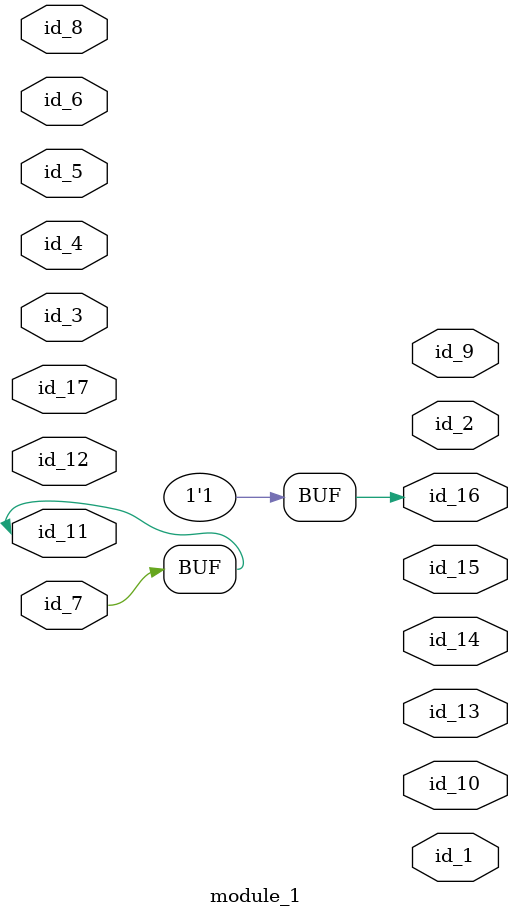
<source format=v>
module module_0;
  wire id_1;
endmodule
module module_1 (
    id_1,
    id_2,
    id_3,
    id_4,
    id_5,
    id_6,
    id_7,
    id_8,
    id_9,
    id_10,
    id_11,
    id_12,
    id_13,
    id_14,
    id_15,
    id_16,
    id_17
);
  inout wire id_17;
  output wire id_16;
  output wire id_15;
  output wire id_14;
  output wire id_13;
  inout wire id_12;
  inout wire id_11;
  output wire id_10;
  output wire id_9;
  inout wire id_8;
  input wire id_7;
  input wire id_6;
  input wire id_5;
  input wire id_4;
  inout wire id_3;
  output wire id_2;
  output wire id_1;
  initial id_16 <= -1;
  assign id_11 = id_7;
  wire id_18;
  module_0 modCall_1 ();
  wire id_19;
endmodule

</source>
